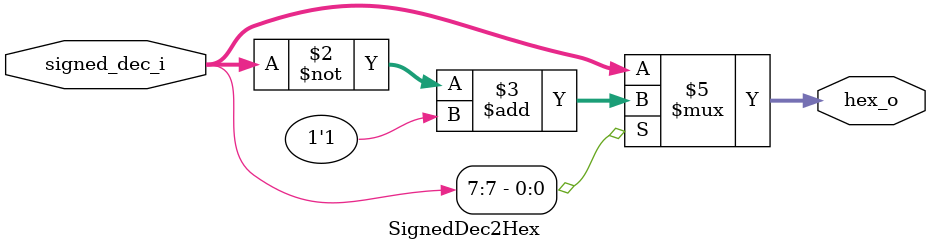
<source format=v>
`timescale 1ns / 1ps

module SignedDec2Hex#(parameter WIDTH = 8) (
		input wire signed [WIDTH-1:0] signed_dec_i,
		output reg [WIDTH-1:0] hex_o 
	);
	
	reg [WIDTH-1:0] dec_c;

	always @ (signed_dec_i)
	begin
		if(signed_dec_i[WIDTH-1]) hex_o = (~signed_dec_i)+1'b1;
		else hex_o = signed_dec_i;
	end

endmodule // SignedDec2Hex	
</source>
